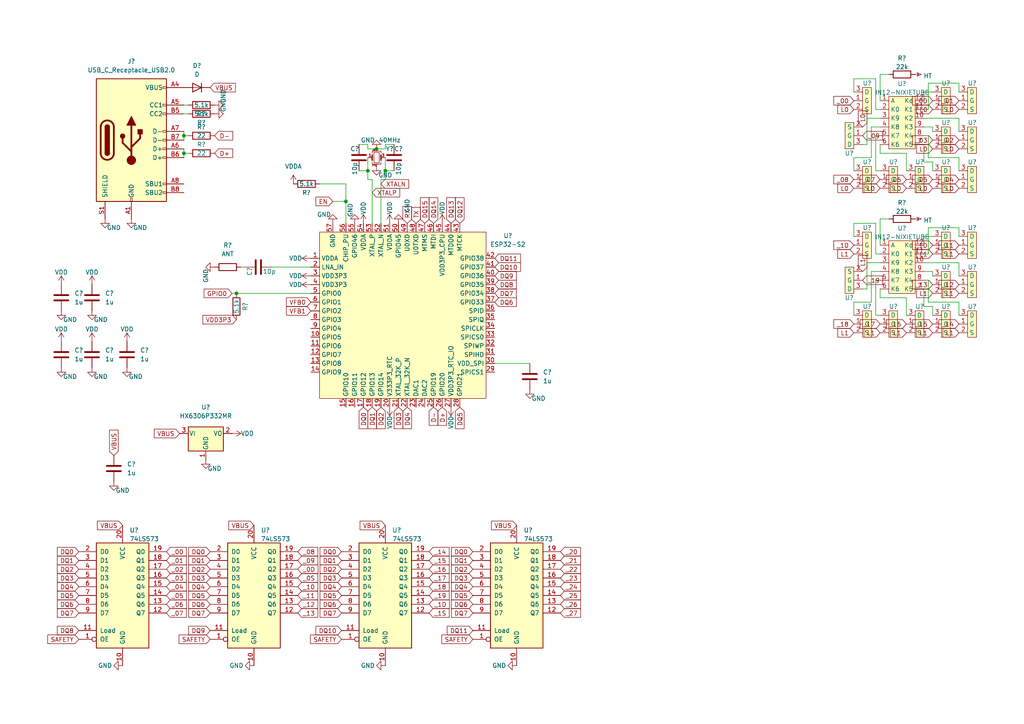
<source format=kicad_sch>
(kicad_sch (version 20211123) (generator eeschema)
  (paper "A4")
  (junction (at 109.22 43.18))
  (junction (at 106.68 49.53))
  (junction (at 53.34 39.37))
  (junction (at 100.33 58.42))
  (junction (at 111.76 49.53))
  (junction (at 53.34 44.45))
  (junction (at 68.58 85.09))
  (wire (pts (xy 107.95 52.07) (xy 106.68 52.07)))
  (wire (pts (xy 255.27 81.28) (xy 254 81.28)))
  (wire (pts (xy 53.34 39.37) (xy 53.34 40.64)))
  (wire (pts (xy 262.89 91.44) (xy 262.89 86.36)))
  (wire (pts (xy 254 22.86) (xy 254 31.75)))
  (wire (pts (xy 100.33 53.34) (xy 100.33 58.42)))
  (wire (pts (xy 262.89 44.45) (xy 255.27 44.45)))
  (wire (pts (xy 247.65 87.63) (xy 247.65 91.44)))
  (wire (pts (xy 278.13 87.63) (xy 278.13 91.44)))
  (wire (pts (xy 254 91.44) (xy 255.27 91.44)))
  (wire (pts (xy 270.51 88.9) (xy 267.97 88.9)))
  (wire (pts (xy 255.27 36.83) (xy 252.73 36.83)))
  (wire (pts (xy 252.73 87.63) (xy 247.65 87.63)))
  (wire (pts (xy 262.89 49.53) (xy 262.89 44.45)))
  (wire (pts (xy 251.46 34.29) (xy 255.27 34.29)))
  (wire (pts (xy 254 73.66) (xy 255.27 73.66)))
  (wire (pts (xy 250.19 41.91) (xy 251.46 41.91)))
  (wire (pts (xy 267.97 39.37) (xy 269.24 39.37)))
  (wire (pts (xy 106.68 52.07) (xy 106.68 49.53)))
  (wire (pts (xy 247.65 22.86) (xy 254 22.86)))
  (wire (pts (xy 247.65 64.77) (xy 254 64.77)))
  (wire (pts (xy 106.68 43.18) (xy 106.68 41.91)))
  (wire (pts (xy 269.24 87.63) (xy 278.13 87.63)))
  (wire (pts (xy 53.34 38.1) (xy 53.34 39.37)))
  (wire (pts (xy 106.68 49.53) (xy 106.68 45.72)))
  (wire (pts (xy 267.97 36.83) (xy 270.51 36.83)))
  (wire (pts (xy 269.24 39.37) (xy 269.24 45.72)))
  (wire (pts (xy 278.13 24.13) (xy 278.13 26.67)))
  (wire (pts (xy 53.34 30.48) (xy 54.61 30.48)))
  (wire (pts (xy 53.34 44.45) (xy 54.61 44.45)))
  (wire (pts (xy 78.74 77.47) (xy 90.17 77.47)))
  (wire (pts (xy 111.76 52.07) (xy 111.76 49.53)))
  (wire (pts (xy 111.76 41.91) (xy 114.3 41.91)))
  (wire (pts (xy 53.34 39.37) (xy 54.61 39.37)))
  (wire (pts (xy 267.97 81.28) (xy 269.24 81.28)))
  (wire (pts (xy 143.51 105.41) (xy 153.67 105.41)))
  (wire (pts (xy 96.52 58.42) (xy 100.33 58.42)))
  (wire (pts (xy 250.19 83.82) (xy 251.46 83.82)))
  (wire (pts (xy 255.27 86.36) (xy 255.27 83.82)))
  (wire (pts (xy 109.22 43.18) (xy 106.68 43.18)))
  (wire (pts (xy 252.73 36.83) (xy 252.73 45.72)))
  (wire (pts (xy 247.65 26.67) (xy 247.65 22.86)))
  (wire (pts (xy 67.31 85.09) (xy 68.58 85.09)))
  (wire (pts (xy 68.58 85.09) (xy 90.17 85.09)))
  (wire (pts (xy 254 39.37) (xy 254 49.53)))
  (wire (pts (xy 255.27 71.12) (xy 255.27 63.5)))
  (wire (pts (xy 109.22 43.18) (xy 111.76 43.18)))
  (wire (pts (xy 254 31.75) (xy 255.27 31.75)))
  (wire (pts (xy 92.71 53.34) (xy 100.33 53.34)))
  (wire (pts (xy 262.89 86.36) (xy 255.27 86.36)))
  (wire (pts (xy 53.34 33.02) (xy 54.61 33.02)))
  (wire (pts (xy 278.13 45.72) (xy 278.13 49.53)))
  (wire (pts (xy 251.46 34.29) (xy 251.46 41.91)))
  (wire (pts (xy 100.33 58.42) (xy 100.33 64.77)))
  (wire (pts (xy 267.97 68.58) (xy 270.51 68.58)))
  (wire (pts (xy 267.97 88.9) (xy 267.97 83.82)))
  (wire (pts (xy 247.65 45.72) (xy 247.65 49.53)))
  (wire (pts (xy 255.27 29.21) (xy 255.27 21.59)))
  (wire (pts (xy 269.24 81.28) (xy 269.24 87.63)))
  (wire (pts (xy 255.27 78.74) (xy 252.73 78.74)))
  (wire (pts (xy 254 49.53) (xy 255.27 49.53)))
  (wire (pts (xy 254 81.28) (xy 254 91.44)))
  (wire (pts (xy 255.27 39.37) (xy 254 39.37)))
  (wire (pts (xy 251.46 76.2) (xy 255.27 76.2)))
  (wire (pts (xy 270.51 78.74) (xy 270.51 80.01)))
  (wire (pts (xy 269.24 45.72) (xy 278.13 45.72)))
  (wire (pts (xy 269.24 31.75) (xy 269.24 24.13)))
  (wire (pts (xy 107.95 64.77) (xy 107.95 52.07)))
  (wire (pts (xy 267.97 29.21) (xy 267.97 26.67)))
  (wire (pts (xy 267.97 31.75) (xy 269.24 31.75)))
  (wire (pts (xy 104.14 49.53) (xy 106.68 49.53)))
  (wire (pts (xy 254 64.77) (xy 254 73.66)))
  (wire (pts (xy 247.65 68.58) (xy 247.65 64.77)))
  (wire (pts (xy 255.27 63.5) (xy 257.81 63.5)))
  (wire (pts (xy 267.97 26.67) (xy 270.51 26.67)))
  (wire (pts (xy 255.27 44.45) (xy 255.27 41.91)))
  (wire (pts (xy 270.51 46.99) (xy 267.97 46.99)))
  (wire (pts (xy 269.24 73.66) (xy 269.24 66.04)))
  (wire (pts (xy 53.34 44.45) (xy 53.34 45.72)))
  (wire (pts (xy 110.49 64.77) (xy 110.49 52.07)))
  (wire (pts (xy 53.34 43.18) (xy 53.34 44.45)))
  (wire (pts (xy 251.46 76.2) (xy 251.46 83.82)))
  (wire (pts (xy 267.97 76.2) (xy 278.13 76.2)))
  (wire (pts (xy 270.51 36.83) (xy 270.51 38.1)))
  (wire (pts (xy 270.51 49.53) (xy 270.51 46.99)))
  (wire (pts (xy 111.76 49.53) (xy 111.76 45.72)))
  (wire (pts (xy 252.73 78.74) (xy 252.73 87.63)))
  (wire (pts (xy 270.51 91.44) (xy 270.51 88.9)))
  (wire (pts (xy 278.13 34.29) (xy 278.13 38.1)))
  (wire (pts (xy 252.73 45.72) (xy 247.65 45.72)))
  (wire (pts (xy 110.49 52.07) (xy 111.76 52.07)))
  (wire (pts (xy 278.13 66.04) (xy 278.13 68.58)))
  (wire (pts (xy 269.24 24.13) (xy 278.13 24.13)))
  (wire (pts (xy 111.76 49.53) (xy 114.3 49.53)))
  (wire (pts (xy 269.24 66.04) (xy 278.13 66.04)))
  (wire (pts (xy 278.13 76.2) (xy 278.13 80.01)))
  (wire (pts (xy 267.97 71.12) (xy 267.97 68.58)))
  (wire (pts (xy 106.68 41.91) (xy 104.14 41.91)))
  (wire (pts (xy 267.97 34.29) (xy 278.13 34.29)))
  (wire (pts (xy 267.97 46.99) (xy 267.97 41.91)))
  (wire (pts (xy 267.97 73.66) (xy 269.24 73.66)))
  (wire (pts (xy 267.97 78.74) (xy 270.51 78.74)))
  (wire (pts (xy 111.76 43.18) (xy 111.76 41.91)))
  (wire (pts (xy 69.85 77.47) (xy 71.12 77.47)))
  (wire (pts (xy 255.27 21.59) (xy 257.81 21.59)))
  (global_label "_10" (shape input) (at 86.36 170.18 0) (property "Intersheet References" "${INTERSHEET_REFS}" (effects hide)))
  (global_label "D+" (shape input) (at 128.27 118.11 270) (property "Intersheet References" "${INTERSHEET_REFS}" (effects hide)))
  (global_label "XTALP" (shape input) (at 107.95 55.88 0) (property "Intersheet References" "${INTERSHEET_REFS}" (effects hide)))
  (global_label "DQ9" (shape input) (at 60.96 182.88 180) (property "Intersheet References" "${INTERSHEET_REFS}" (effects hide)))
  (global_label "_17" (shape input) (at 124.46 167.64 0) (property "Intersheet References" "${INTERSHEET_REFS}" (effects hide)))
  (global_label "DQ7" (shape input) (at 22.86 177.8 180) (property "Intersheet References" "${INTERSHEET_REFS}" (effects hide)))
  (global_label "VFB0" (shape input) (at 90.17 87.63 180) (property "Intersheet References" "${INTERSHEET_REFS}" (effects hide)))
  (global_label "L0" (shape input) (at 270.51 54.61 180) (property "Intersheet References" "${INTERSHEET_REFS}" (effects hide)))
  (global_label "DQ5" (shape input) (at 22.86 172.72 180) (property "Intersheet References" "${INTERSHEET_REFS}" (effects hide)))
  (global_label "XTALN" (shape input) (at 110.49 53.34 0) (property "Intersheet References" "${INTERSHEET_REFS}" (effects hide)))
  (global_label "L1" (shape input) (at 247.65 73.66 180) (property "Intersheet References" "${INTERSHEET_REFS}" (effects hide)))
  (global_label "DQ3" (shape input) (at 60.96 167.64 180) (property "Intersheet References" "${INTERSHEET_REFS}" (effects hide)))
  (global_label "_13" (shape input) (at 270.51 82.55 180) (property "Intersheet References" "${INTERSHEET_REFS}" (effects hide)))
  (global_label "L1" (shape input) (at 278.13 96.52 180) (property "Intersheet References" "${INTERSHEET_REFS}" (effects hide)))
  (global_label "_23" (shape input) (at 162.56 167.64 0) (property "Intersheet References" "${INTERSHEET_REFS}" (effects hide)))
  (global_label "_14" (shape input) (at 278.13 93.98 180) (property "Intersheet References" "${INTERSHEET_REFS}" (effects hide)))
  (global_label "DQ6" (shape input) (at 22.86 175.26 180) (property "Intersheet References" "${INTERSHEET_REFS}" (effects hide)))
  (global_label "_17" (shape input) (at 255.27 93.98 180) (property "Intersheet References" "${INTERSHEET_REFS}" (effects hide)))
  (global_label "_19" (shape input) (at 124.46 172.72 0) (property "Intersheet References" "${INTERSHEET_REFS}" (effects hide)))
  (global_label "_18" (shape input) (at 247.65 93.98 180) (property "Intersheet References" "${INTERSHEET_REFS}" (effects hide)))
  (global_label "DQ11" (shape input) (at 143.51 74.93 0) (property "Intersheet References" "${INTERSHEET_REFS}" (effects hide)))
  (global_label "DQ1" (shape input) (at 22.86 162.56 180) (property "Intersheet References" "${INTERSHEET_REFS}" (effects hide)))
  (global_label "VBUS" (shape input) (at 149.86 152.4 180) (property "Intersheet References" "${INTERSHEET_REFS}" (effects hide)))
  (global_label "L0" (shape input) (at 255.27 54.61 180) (property "Intersheet References" "${INTERSHEET_REFS}" (effects hide)))
  (global_label "_24" (shape input) (at 162.56 170.18 0) (property "Intersheet References" "${INTERSHEET_REFS}" (effects hide)))
  (global_label "_21" (shape input) (at 162.56 162.56 0) (property "Intersheet References" "${INTERSHEET_REFS}" (effects hide)))
  (global_label "DQ10" (shape input) (at 143.51 77.47 0) (property "Intersheet References" "${INTERSHEET_REFS}" (effects hide)))
  (global_label "_05" (shape input) (at 48.26 172.72 0) (property "Intersheet References" "${INTERSHEET_REFS}" (effects hide)))
  (global_label "D+" (shape input) (at 62.23 44.45 0) (property "Intersheet References" "${INTERSHEET_REFS}" (effects hide)))
  (global_label "DQ7" (shape input) (at 99.06 177.8 180) (property "Intersheet References" "${INTERSHEET_REFS}" (effects hide)))
  (global_label "VBUS" (shape input) (at 60.96 25.4 0) (property "Intersheet References" "${INTERSHEET_REFS}" (effects hide)))
  (global_label "_22" (shape input) (at 162.56 165.1 0) (property "Intersheet References" "${INTERSHEET_REFS}" (effects hide)))
  (global_label "_19" (shape input) (at 250.19 81.28 0) (property "Intersheet References" "${INTERSHEET_REFS}" (effects hide)))
  (global_label "VBUS" (shape input) (at 111.76 152.4 180) (property "Intersheet References" "${INTERSHEET_REFS}" (effects hide)))
  (global_label "DQ6" (shape input) (at 99.06 175.26 180) (property "Intersheet References" "${INTERSHEET_REFS}" (effects hide)))
  (global_label "DQ5" (shape input) (at 137.16 172.72 180) (property "Intersheet References" "${INTERSHEET_REFS}" (effects hide)))
  (global_label "DQ1" (shape input) (at 137.16 162.56 180) (property "Intersheet References" "${INTERSHEET_REFS}" (effects hide)))
  (global_label "EN" (shape input) (at 96.52 58.42 180) (property "Intersheet References" "${INTERSHEET_REFS}" (effects hide)))
  (global_label "DQ3" (shape input) (at 22.86 167.64 180) (property "Intersheet References" "${INTERSHEET_REFS}" (effects hide)))
  (global_label "DQ4" (shape input) (at 137.16 170.18 180) (property "Intersheet References" "${INTERSHEET_REFS}" (effects hide)))
  (global_label "_01" (shape input) (at 48.26 162.56 0) (property "Intersheet References" "${INTERSHEET_REFS}" (effects hide)))
  (global_label "SAFETY" (shape input) (at 137.16 185.42 180) (property "Intersheet References" "${INTERSHEET_REFS}" (effects hide)))
  (global_label "DQ13" (shape input) (at 130.81 64.77 90) (property "Intersheet References" "${INTERSHEET_REFS}" (effects hide)))
  (global_label "VBUS" (shape input) (at 52.07 125.73 180) (property "Intersheet References" "${INTERSHEET_REFS}" (effects hide)))
  (global_label "_04" (shape input) (at 48.26 170.18 0) (property "Intersheet References" "${INTERSHEET_REFS}" (effects hide)))
  (global_label "_08" (shape input) (at 86.36 160.02 0) (property "Intersheet References" "${INTERSHEET_REFS}" (effects hide)))
  (global_label "_02" (shape input) (at 48.26 165.1 0) (property "Intersheet References" "${INTERSHEET_REFS}" (effects hide)))
  (global_label "DQ14" (shape input) (at 125.73 64.77 90) (property "Intersheet References" "${INTERSHEET_REFS}" (effects hide)))
  (global_label "SAFETY" (shape input) (at 22.86 185.42 180) (property "Intersheet References" "${INTERSHEET_REFS}" (effects hide)))
  (global_label "L1" (shape input) (at 270.51 85.09 180) (property "Intersheet References" "${INTERSHEET_REFS}" (effects hide)))
  (global_label "DQ10" (shape input) (at 99.06 182.88 180) (property "Intersheet References" "${INTERSHEET_REFS}" (effects hide)))
  (global_label "DQ11" (shape input) (at 137.16 182.88 180) (property "Intersheet References" "${INTERSHEET_REFS}" (effects hide)))
  (global_label "_16" (shape input) (at 262.89 93.98 180) (property "Intersheet References" "${INTERSHEET_REFS}" (effects hide)))
  (global_label "_02" (shape input) (at 278.13 40.64 180) (property "Intersheet References" "${INTERSHEET_REFS}" (effects hide)))
  (global_label "DQ7" (shape input) (at 137.16 177.8 180) (property "Intersheet References" "${INTERSHEET_REFS}" (effects hide)))
  (global_label "_15" (shape input) (at 270.51 93.98 180) (property "Intersheet References" "${INTERSHEET_REFS}" (effects hide)))
  (global_label "_01" (shape input) (at 278.13 29.21 180) (property "Intersheet References" "${INTERSHEET_REFS}" (effects hide)))
  (global_label "_15" (shape input) (at 124.46 162.56 0) (property "Intersheet References" "${INTERSHEET_REFS}" (effects hide)))
  (global_label "L0" (shape input) (at 278.13 43.18 180) (property "Intersheet References" "${INTERSHEET_REFS}" (effects hide)))
  (global_label "L0" (shape input) (at 247.65 54.61 180) (property "Intersheet References" "${INTERSHEET_REFS}" (effects hide)))
  (global_label "_05" (shape input) (at 270.51 52.07 180) (property "Intersheet References" "${INTERSHEET_REFS}" (effects hide)))
  (global_label "L0" (shape input) (at 270.51 43.18 180) (property "Intersheet References" "${INTERSHEET_REFS}" (effects hide)))
  (global_label "VBUS" (shape input) (at 73.66 152.4 180) (property "Intersheet References" "${INTERSHEET_REFS}" (effects hide)))
  (global_label "DQ3" (shape input) (at 99.06 167.64 180) (property "Intersheet References" "${INTERSHEET_REFS}" (effects hide)))
  (global_label "_10" (shape input) (at 247.65 71.12 180) (property "Intersheet References" "${INTERSHEET_REFS}" (effects hide)))
  (global_label "L0" (shape input) (at 270.51 31.75 180) (property "Intersheet References" "${INTERSHEET_REFS}" (effects hide)))
  (global_label "_18" (shape input) (at 124.46 170.18 0) (property "Intersheet References" "${INTERSHEET_REFS}" (effects hide)))
  (global_label "D-" (shape input) (at 62.23 39.37 0) (property "Intersheet References" "${INTERSHEET_REFS}" (effects hide)))
  (global_label "_14" (shape input) (at 124.46 160.02 0) (property "Intersheet References" "${INTERSHEET_REFS}" (effects hide)))
  (global_label "_1D" (shape input) (at 124.46 175.26 0) (property "Intersheet References" "${INTERSHEET_REFS}" (effects hide)))
  (global_label "DQ2" (shape input) (at 110.49 118.11 270) (property "Intersheet References" "${INTERSHEET_REFS}" (effects hide)))
  (global_label "_07" (shape input) (at 255.27 52.07 180) (property "Intersheet References" "${INTERSHEET_REFS}" (effects hide)))
  (global_label "L0" (shape input) (at 250.19 36.83 90) (property "Intersheet References" "${INTERSHEET_REFS}" (effects hide)))
  (global_label "_25" (shape input) (at 162.56 172.72 0) (property "Intersheet References" "${INTERSHEET_REFS}" (effects hide)))
  (global_label "_12" (shape input) (at 278.13 82.55 180) (property "Intersheet References" "${INTERSHEET_REFS}" (effects hide)))
  (global_label "DQ2" (shape input) (at 60.96 165.1 180) (property "Intersheet References" "${INTERSHEET_REFS}" (effects hide)))
  (global_label "L0" (shape input) (at 262.89 54.61 180) (property "Intersheet References" "${INTERSHEET_REFS}" (effects hide)))
  (global_label "DQ7" (shape input) (at 60.96 177.8 180) (property "Intersheet References" "${INTERSHEET_REFS}" (effects hide)))
  (global_label "L1" (shape input) (at 255.27 96.52 180) (property "Intersheet References" "${INTERSHEET_REFS}" (effects hide)))
  (global_label "_13" (shape input) (at 86.36 177.8 0) (property "Intersheet References" "${INTERSHEET_REFS}" (effects hide)))
  (global_label "L1" (shape input) (at 270.51 73.66 180) (property "Intersheet References" "${INTERSHEET_REFS}" (effects hide)))
  (global_label "DQ4" (shape input) (at 118.11 118.11 270) (property "Intersheet References" "${INTERSHEET_REFS}" (effects hide)))
  (global_label "_11" (shape input) (at 278.13 71.12 180) (property "Intersheet References" "${INTERSHEET_REFS}" (effects hide)))
  (global_label "_06" (shape input) (at 262.89 52.07 180) (property "Intersheet References" "${INTERSHEET_REFS}" (effects hide)))
  (global_label "RX" (shape input) (at 118.11 64.77 90) (property "Intersheet References" "${INTERSHEET_REFS}" (effects hide)))
  (global_label "DQ4" (shape input) (at 99.06 170.18 180) (property "Intersheet References" "${INTERSHEET_REFS}" (effects hide)))
  (global_label "DQ5" (shape input) (at 99.06 172.72 180) (property "Intersheet References" "${INTERSHEET_REFS}" (effects hide)))
  (global_label "_20" (shape input) (at 162.56 160.02 0) (property "Intersheet References" "${INTERSHEET_REFS}" (effects hide)))
  (global_label "_0S" (shape input) (at 86.36 167.64 0) (property "Intersheet References" "${INTERSHEET_REFS}" (effects hide)))
  (global_label "VBUS" (shape input) (at 35.56 152.4 180) (property "Intersheet References" "${INTERSHEET_REFS}" (effects hide)))
  (global_label "DQ5" (shape input) (at 60.96 172.72 180) (property "Intersheet References" "${INTERSHEET_REFS}" (effects hide)))
  (global_label "DQ3" (shape input) (at 115.57 118.11 270) (property "Intersheet References" "${INTERSHEET_REFS}" (effects hide)))
  (global_label "VFB1" (shape input) (at 90.17 90.17 180) (property "Intersheet References" "${INTERSHEET_REFS}" (effects hide)))
  (global_label "_07" (shape input) (at 48.26 177.8 0) (property "Intersheet References" "${INTERSHEET_REFS}" (effects hide)))
  (global_label "SAFETY" (shape input) (at 99.06 185.42 180) (property "Intersheet References" "${INTERSHEET_REFS}" (effects hide)))
  (global_label "DQ0" (shape input) (at 99.06 160.02 180) (property "Intersheet References" "${INTERSHEET_REFS}" (effects hide)))
  (global_label "L1" (shape input) (at 250.19 78.74 90) (property "Intersheet References" "${INTERSHEET_REFS}" (effects hide)))
  (global_label "_09" (shape input) (at 250.19 39.37 0) (property "Intersheet References" "${INTERSHEET_REFS}" (effects hide)))
  (global_label "L1" (shape input) (at 270.51 96.52 180) (property "Intersheet References" "${INTERSHEET_REFS}" (effects hide)))
  (global_label "_16" (shape input) (at 124.46 165.1 0) (property "Intersheet References" "${INTERSHEET_REFS}" (effects hide)))
  (global_label "_26" (shape input) (at 162.56 175.26 0) (property "Intersheet References" "${INTERSHEET_REFS}" (effects hide)))
  (global_label "DQ2" (shape input) (at 22.86 165.1 180) (property "Intersheet References" "${INTERSHEET_REFS}" (effects hide)))
  (global_label "DQ6" (shape input) (at 143.51 87.63 0) (property "Intersheet References" "${INTERSHEET_REFS}" (effects hide)))
  (global_label "DQ0" (shape input) (at 105.41 118.11 270) (property "Intersheet References" "${INTERSHEET_REFS}" (effects hide)))
  (global_label "_03" (shape input) (at 48.26 167.64 0) (property "Intersheet References" "${INTERSHEET_REFS}" (effects hide)))
  (global_label "_27" (shape input) (at 162.56 177.8 0) (property "Intersheet References" "${INTERSHEET_REFS}" (effects hide)))
  (global_label "_03" (shape input) (at 270.51 40.64 180) (property "Intersheet References" "${INTERSHEET_REFS}" (effects hide)))
  (global_label "DQ12" (shape input) (at 133.35 64.77 90) (property "Intersheet References" "${INTERSHEET_REFS}" (effects hide)))
  (global_label "DQ5" (shape input) (at 133.35 118.11 270) (property "Intersheet References" "${INTERSHEET_REFS}" (effects hide)))
  (global_label "L1" (shape input) (at 262.89 96.52 180) (property "Intersheet References" "${INTERSHEET_REFS}" (effects hide)))
  (global_label "DQ2" (shape input) (at 99.06 165.1 180) (property "Intersheet References" "${INTERSHEET_REFS}" (effects hide)))
  (global_label "_06" (shape input) (at 48.26 175.26 0) (property "Intersheet References" "${INTERSHEET_REFS}" (effects hide)))
  (global_label "DQ0" (shape input) (at 137.16 160.02 180) (property "Intersheet References" "${INTERSHEET_REFS}" (effects hide)))
  (global_label "DQ8" (shape input) (at 22.86 182.88 180) (property "Intersheet References" "${INTERSHEET_REFS}" (effects hide)))
  (global_label "DQ15" (shape input) (at 123.19 64.77 90) (property "Intersheet References" "${INTERSHEET_REFS}" (effects hide)))
  (global_label "TX" (shape input) (at 120.65 64.77 90) (property "Intersheet References" "${INTERSHEET_REFS}" (effects hide)))
  (global_label "DQ6" (shape input) (at 60.96 175.26 180) (property "Intersheet References" "${INTERSHEET_REFS}" (effects hide)))
  (global_label "DQ3" (shape input) (at 137.16 167.64 180) (property "Intersheet References" "${INTERSHEET_REFS}" (effects hide)))
  (global_label "DQ2" (shape input) (at 137.16 165.1 180) (property "Intersheet References" "${INTERSHEET_REFS}" (effects hide)))
  (global_label "_0D" (shape input) (at 86.36 165.1 0) (property "Intersheet References" "${INTERSHEET_REFS}" (effects hide)))
  (global_label "DQ7" (shape input) (at 143.51 85.09 0) (property "Intersheet References" "${INTERSHEET_REFS}" (effects hide)))
  (global_label "VBUS" (shape input) (at 33.02 132.08 90) (property "Intersheet References" "${INTERSHEET_REFS}" (effects hide)))
  (global_label "DQ1" (shape input) (at 99.06 162.56 180) (property "Intersheet References" "${INTERSHEET_REFS}" (effects hide)))
  (global_label "DQ0" (shape input) (at 22.86 160.02 180) (property "Intersheet References" "${INTERSHEET_REFS}" (effects hide)))
  (global_label "GPIO0" (shape input) (at 67.31 85.09 180) (property "Intersheet References" "${INTERSHEET_REFS}" (effects hide)))
  (global_label "_12" (shape input) (at 86.36 175.26 0) (property "Intersheet References" "${INTERSHEET_REFS}" (effects hide)))
  (global_label "_09" (shape input) (at 86.36 162.56 0) (property "Intersheet References" "${INTERSHEET_REFS}" (effects hide)))
  (global_label "_00" (shape input) (at 48.26 160.02 0) (property "Intersheet References" "${INTERSHEET_REFS}" (effects hide)))
  (global_label "_0D" (shape input) (at 270.51 29.21 180) (property "Intersheet References" "${INTERSHEET_REFS}" (effects hide)))
  (global_label "_11" (shape input) (at 86.36 172.72 0) (property "Intersheet References" "${INTERSHEET_REFS}" (effects hide)))
  (global_label "L1" (shape input) (at 278.13 73.66 180) (property "Intersheet References" "${INTERSHEET_REFS}" (effects hide)))
  (global_label "VDD3P3" (shape input) (at 68.58 92.71 180) (property "Intersheet References" "${INTERSHEET_REFS}" (effects hide)))
  (global_label "DQ9" (shape input) (at 143.51 80.01 0) (property "Intersheet References" "${INTERSHEET_REFS}" (effects hide)))
  (global_label "L1" (shape input) (at 247.65 96.52 180) (property "Intersheet References" "${INTERSHEET_REFS}" (effects hide)))
  (global_label "L0" (shape input) (at 247.65 31.75 180) (property "Intersheet References" "${INTERSHEET_REFS}" (effects hide)))
  (global_label "L0" (shape input) (at 278.13 54.61 180) (property "Intersheet References" "${INTERSHEET_REFS}" (effects hide)))
  (global_label "DQ4" (shape input) (at 22.86 170.18 180) (property "Intersheet References" "${INTERSHEET_REFS}" (effects hide)))
  (global_label "L0" (shape input) (at 278.13 31.75 180) (property "Intersheet References" "${INTERSHEET_REFS}" (effects hide)))
  (global_label "_08" (shape input) (at 247.65 52.07 180) (property "Intersheet References" "${INTERSHEET_REFS}" (effects hide)))
  (global_label "DQ1" (shape input) (at 107.95 118.11 270) (property "Intersheet References" "${INTERSHEET_REFS}" (effects hide)))
  (global_label "DQ8" (shape input) (at 143.51 82.55 0) (property "Intersheet References" "${INTERSHEET_REFS}" (effects hide)))
  (global_label "SAFETY" (shape input) (at 60.96 185.42 180) (property "Intersheet References" "${INTERSHEET_REFS}" (effects hide)))
  (global_label "DQ6" (shape input) (at 137.16 175.26 180) (property "Intersheet References" "${INTERSHEET_REFS}" (effects hide)))
  (global_label "DQ4" (shape input) (at 60.96 170.18 180) (property "Intersheet References" "${INTERSHEET_REFS}" (effects hide)))
  (global_label "DQ1" (shape input) (at 60.96 162.56 180) (property "Intersheet References" "${INTERSHEET_REFS}" (effects hide)))
  (global_label "_04" (shape input) (at 278.13 52.07 180) (property "Intersheet References" "${INTERSHEET_REFS}" (effects hide)))
  (global_label "D-" (shape input) (at 125.73 118.11 270) (property "Intersheet References" "${INTERSHEET_REFS}" (effects hide)))
  (global_label "_00" (shape input) (at 247.65 29.21 180) (property "Intersheet References" "${INTERSHEET_REFS}" (effects hide)))
  (global_label "_1D" (shape input) (at 270.51 71.12 180) (property "Intersheet References" "${INTERSHEET_REFS}" (effects hide)))
  (global_label "L1" (shape input) (at 278.13 85.09 180) (property "Intersheet References" "${INTERSHEET_REFS}" (effects hide)))
  (global_label "DQ0" (shape input) (at 60.96 160.02 180) (property "Intersheet References" "${INTERSHEET_REFS}" (effects hide)))
  (global_label "_1S" (shape input) (at 124.46 177.8 0) (property "Intersheet References" "${INTERSHEET_REFS}" (effects hide)))
  (symbol (lib_id "Device:C") (at 36.83 102.87 0) (unit 1)
    (property "Reference" "C?" (at 40.64 101.5999 0) (effects (justify left)))
    (property "Value" "1u" (at 40.64 104.1399 0) (effects (justify left)))
    (property "Footprint" "Capacitor_SMD:C_0201_0603Metric" (effects hide))
    (property "LCSC" "C295898" (effects hide))
  )
  (symbol (lib_id "minifet:minifet-gsd") (at 274.32 82.55 0) (unit 1)
    (property "Reference" "U?" (at 273.05 77.47 0) (effects (justify left)))
    (property "Value" "minifet-gsd" (effects hide))
    (property "Footprint" "Package_TO_SOT_SMD:SOT-23" (effects hide))
    (property "LCSC" "C845589" (effects hide))
  )
  (symbol (lib_id "power:GND") (at 102.87 64.77 180) (unit 1)
    (property "Reference" "#PWR?" (effects hide))
    (property "Value" "GND" (at 101.6 60.96 90))
  )
  (symbol (lib_id "minifet:minifet-gsd") (at 259.08 52.07 0) (unit 1)
    (property "Reference" "U?" (at 257.81 46.99 0) (effects (justify left)))
    (property "Value" "minifet-gsd" (effects hide))
    (property "Footprint" "Package_TO_SOT_SMD:SOT-23" (effects hide))
    (property "LCSC" "C845589" (effects hide))
  )
  (symbol (lib_id "minifet:minifet-gsd") (at 251.46 29.21 0) (unit 1)
    (property "Reference" "U?" (at 250.19 24.13 0) (effects (justify left)))
    (property "Value" "minifet-gsd" (effects hide))
    (property "Footprint" "Package_TO_SOT_SMD:SOT-23" (effects hide))
    (property "LCSC" "C845589" (effects hide))
  )
  (symbol (lib_id "power:VDD") (at 67.31 125.73 270) (unit 1)
    (property "Reference" "#PWR?" (effects hide))
    (property "Value" "VDD" (at 73.66 125.73 90) (effects (justify right)))
  )
  (symbol (lib_id "minifet:minifet-gsd") (at 274.32 29.21 0) (unit 1)
    (property "Reference" "U?" (at 273.05 24.13 0) (effects (justify left)))
    (property "Value" "minifet-gsd" (effects hide))
    (property "Footprint" "Package_TO_SOT_SMD:SOT-23" (effects hide))
    (property "LCSC" "C845589" (effects hide))
  )
  (symbol (lib_id "power:GND") (at 109.22 48.26 0) (unit 1)
    (property "Reference" "#PWR?" (effects hide))
    (property "Value" "GND" (at 111.76 50.8 0))
  )
  (symbol (lib_id "power:VDDA") (at 85.09 53.34 0) (unit 1)
    (property "Reference" "#PWR?" (effects hide))
    (property "Value" "VDDA" (at 85.09 48.26 0))
  )
  (symbol (lib_id "Device:R") (at 88.9 53.34 90) (unit 1)
    (property "Reference" "R?" (at 88.9 55.88 90))
    (property "Value" "5.1k" (at 88.9 53.34 90))
    (property "Footprint" "Resistor_SMD:R_0201_0603Metric" (effects hide))
    (property "LCSC" "C473460" (effects hide))
  )
  (symbol (lib_id "minifet:minifet-gsd") (at 246.38 39.37 180) (unit 1)
    (property "Reference" "U?" (at 247.65 44.45 0) (effects (justify left)))
    (property "Value" "minifet-gsd" (effects hide))
    (property "Footprint" "Package_TO_SOT_SMD:SOT-23" (effects hide))
    (property "LCSC" "C845589" (effects hide))
  )
  (symbol (lib_id "Device:C") (at 33.02 135.89 0) (unit 1)
    (property "Reference" "C?" (at 36.83 134.6199 0) (effects (justify left)))
    (property "Value" "1u" (at 36.83 137.1599 0) (effects (justify left)))
    (property "Footprint" "Capacitor_SMD:C_0201_0603Metric" (effects hide))
    (property "LCSC" "C295898" (effects hide))
  )
  (symbol (lib_id "Device:R") (at 58.42 30.48 90) (unit 1)
    (property "Reference" "R?" (at 58.42 33.02 90))
    (property "Value" "5.1k" (at 58.42 30.48 90))
    (property "Footprint" "Resistor_SMD:R_0201_0603Metric" (effects hide))
    (property "LCSC" "C473460" (effects hide))
  )
  (symbol (lib_id "power:VDD") (at 128.27 64.77 0) (unit 1)
    (property "Reference" "#PWR?" (effects hide))
    (property "Value" "VDD" (at 128.27 58.42 90) (effects (justify right)))
  )
  (symbol (lib_id "power:GND") (at 17.78 106.68 0) (unit 1)
    (property "Reference" "#PWR?" (effects hide))
    (property "Value" "GND" (at 20.32 109.22 0))
  )
  (symbol (lib_id "power:HT") (at 265.43 21.59 270) (unit 1)
    (property "Reference" "#PWR?" (effects hide))
    (property "Value" "HT" (at 267.843 22.0238 90) (effects (justify left)))
  )
  (symbol (lib_id "power:GND") (at 33.02 139.7 0) (unit 1)
    (property "Reference" "#PWR?" (effects hide))
    (property "Value" "GND" (at 35.56 142.24 0))
  )
  (symbol (lib_id "minifet:minifet-gsd") (at 266.7 93.98 0) (unit 1)
    (property "Reference" "U?" (at 265.43 88.9 0) (effects (justify left)))
    (property "Value" "minifet-gsd" (effects hide))
    (property "Footprint" "Package_TO_SOT_SMD:SOT-23" (effects hide))
    (property "LCSC" "C845589" (effects hide))
  )
  (symbol (lib_id "power:VDD") (at 17.78 99.06 0) (unit 1)
    (property "Reference" "#PWR?" (effects hide))
    (property "Value" "VDD" (at 17.78 95.4842 0))
  )
  (symbol (lib_id "minifet:minifet-gsd") (at 281.94 29.21 0) (unit 1)
    (property "Reference" "U?" (at 280.67 24.13 0) (effects (justify left)))
    (property "Value" "minifet-gsd" (effects hide))
    (property "Footprint" "Package_TO_SOT_SMD:SOT-23" (effects hide))
    (property "LCSC" "C845589" (effects hide))
  )
  (symbol (lib_id "Device:C") (at 26.67 102.87 0) (unit 1)
    (property "Reference" "C?" (at 30.48 101.5999 0) (effects (justify left)))
    (property "Value" "1u" (at 30.48 104.1399 0) (effects (justify left)))
    (property "Footprint" "Capacitor_SMD:C_0201_0603Metric" (effects hide))
    (property "LCSC" "C295898" (effects hide))
  )
  (symbol (lib_id "Device:R") (at 261.62 21.59 90) (unit 1)
    (property "Reference" "R?" (at 261.62 16.8742 90))
    (property "Value" "22k" (at 261.62 19.4111 90))
    (property "Footprint" "Resistor_SMD:R_1210_3225Metric" (effects hide))
    (property "LCSC" "C2933848" (effects hide))
  )
  (symbol (lib_id "IN12-NIXIETUBE:IN12-NIXIETUBE") (at 261.62 34.29 0) (unit 1)
    (property "Reference" "U?" (at 261.62 24.291 0))
    (property "Value" "IN12-NIXIETUBE" (at 261.62 26.8279 0))
    (property "Footprint" "IN12-NIXIE:IN12-NIXIE" (effects hide))
  )
  (symbol (lib_id "Device:C") (at 153.67 109.22 0) (unit 1)
    (property "Reference" "C?" (at 157.48 107.9499 0) (effects (justify left)))
    (property "Value" "1u" (at 157.48 110.4899 0) (effects (justify left)))
    (property "Footprint" "Capacitor_SMD:C_0201_0603Metric" (effects hide))
    (property "LCSC" "C295898" (effects hide))
  )
  (symbol (lib_id "power:GND") (at 73.66 193.04 270) (unit 1)
    (property "Reference" "#PWR?" (effects hide))
    (property "Value" "GND" (at 68.58 193.04 90))
  )
  (symbol (lib_id "power:VDD") (at 36.83 99.06 0) (unit 1)
    (property "Reference" "#PWR?" (effects hide))
    (property "Value" "VDD" (at 36.83 95.4842 0))
  )
  (symbol (lib_id "minifet:minifet-gsd") (at 266.7 52.07 0) (unit 1)
    (property "Reference" "U?" (at 265.43 46.99 0) (effects (justify left)))
    (property "Value" "minifet-gsd" (effects hide))
    (property "Footprint" "Package_TO_SOT_SMD:SOT-23" (effects hide))
    (property "LCSC" "C845589" (effects hide))
  )
  (symbol (lib_id "power:GND") (at 62.23 33.02 90) (unit 1)
    (property "Reference" "#PWR?" (effects hide))
    (property "Value" "GND" (at 64.77 30.48 0))
  )
  (symbol (lib_id "power:VDD") (at 26.67 82.55 0) (unit 1)
    (property "Reference" "#PWR?" (effects hide))
    (property "Value" "VDD" (at 26.67 78.9742 0))
  )
  (symbol (lib_id "74xx:74LS573") (at 149.86 172.72 0) (unit 1)
    (property "Reference" "U?" (at 151.8794 153.7802 0) (effects (justify left)))
    (property "Value" "74LS573" (at 151.8794 156.3171 0) (effects (justify left)))
    (property "Footprint" "Package_SO:TSSOP-20_4.4x6.5mm_P0.65mm" (effects hide))
    (property "Datasheet" "74xx/74hc573.pdf" (effects hide))
    (property "LCSC" "C5944" (effects hide))
  )
  (symbol (lib_id "Device:R") (at 58.42 39.37 90) (unit 1)
    (property "Reference" "R?" (at 58.42 36.83 90))
    (property "Value" "22" (at 58.42 39.37 90))
    (property "Footprint" "Resistor_SMD:R_0201_0603Metric" (effects hide))
    (property "LCSC" "C144010" (effects hide))
  )
  (symbol (lib_id "Connector:USB_C_Receptacle_USB2.0") (at 38.1 40.64 0) (unit 1)
    (property "Reference" "J?" (at 38.1 17.78 0))
    (property "Value" "USB_C_Receptacle_USB2.0" (at 38.1 20.32 0))
    (property "Footprint" "Connector_USB:USB_C_Receptacle_HRO_TYPE-C-31-M-12" (effects hide))
    (property "Datasheet" "https://www.usb.org/sites/default/files/documents/usb_type-c.zip" (effects hide))
    (property "LCSC" "C2765186" (effects hide))
  )
  (symbol (lib_id "power:GND") (at 62.23 77.47 270) (unit 1)
    (property "Reference" "#PWR?" (effects hide))
    (property "Value" "GND" (at 59.69 80.01 0))
  )
  (symbol (lib_id "minifet:minifet-gsd") (at 281.94 82.55 0) (unit 1)
    (property "Reference" "U?" (at 280.67 77.47 0) (effects (justify left)))
    (property "Value" "minifet-gsd" (effects hide))
    (property "Footprint" "Package_TO_SOT_SMD:SOT-23" (effects hide))
    (property "LCSC" "C845589" (effects hide))
  )
  (symbol (lib_id "minifet:minifet-gsd") (at 259.08 93.98 0) (unit 1)
    (property "Reference" "U?" (at 257.81 88.9 0) (effects (justify left)))
    (property "Value" "minifet-gsd" (effects hide))
    (property "Footprint" "Package_TO_SOT_SMD:SOT-23" (effects hide))
    (property "LCSC" "C845589" (effects hide))
  )
  (symbol (lib_id "Device:R") (at 58.42 33.02 90) (unit 1)
    (property "Reference" "R?" (at 58.42 35.56 90))
    (property "Value" "5.1k" (at 58.42 33.02 90))
    (property "Footprint" "Resistor_SMD:R_0201_0603Metric" (effects hide))
    (property "LCSC" "C473460" (effects hide))
  )
  (symbol (lib_id "minifet:minifet-gsd") (at 251.46 52.07 0) (unit 1)
    (property "Reference" "U?" (at 250.19 46.99 0) (effects (justify left)))
    (property "Value" "minifet-gsd" (effects hide))
    (property "Footprint" "Package_TO_SOT_SMD:SOT-23" (effects hide))
    (property "LCSC" "C845589" (effects hide))
  )
  (symbol (lib_id "minifet:minifet-gsd") (at 274.32 71.12 0) (unit 1)
    (property "Reference" "U?" (at 273.05 66.04 0) (effects (justify left)))
    (property "Value" "minifet-gsd" (effects hide))
    (property "Footprint" "Package_TO_SOT_SMD:SOT-23" (effects hide))
    (property "LCSC" "C845589" (effects hide))
  )
  (symbol (lib_id "minifet:minifet-gsd") (at 281.94 93.98 0) (unit 1)
    (property "Reference" "U?" (at 280.67 88.9 0) (effects (justify left)))
    (property "Value" "minifet-gsd" (effects hide))
    (property "Footprint" "Package_TO_SOT_SMD:SOT-23" (effects hide))
    (property "LCSC" "C845589" (effects hide))
  )
  (symbol (lib_id "74xx:74LS573") (at 111.76 172.72 0) (unit 1)
    (property "Reference" "U?" (at 113.7794 153.7802 0) (effects (justify left)))
    (property "Value" "74LS573" (at 113.7794 156.3171 0) (effects (justify left)))
    (property "Footprint" "Package_SO:TSSOP-20_4.4x6.5mm_P0.65mm" (effects hide))
    (property "Datasheet" "74xx/74hc573.pdf" (effects hide))
    (property "LCSC" "C5944" (effects hide))
  )
  (symbol (lib_id "power:GND") (at 26.67 90.17 0) (unit 1)
    (property "Reference" "#PWR?" (effects hide))
    (property "Value" "GND" (at 29.21 92.71 0))
  )
  (symbol (lib_id "power:VDD") (at 105.41 64.77 0) (unit 1)
    (property "Reference" "#PWR?" (effects hide))
    (property "Value" "VDD" (at 105.41 58.42 90) (effects (justify right)))
  )
  (symbol (lib_id "power:GND") (at 38.1 63.5 0) (unit 1)
    (property "Reference" "#PWR?" (effects hide))
    (property "Value" "GND" (at 40.64 66.04 0))
  )
  (symbol (lib_id "power:GND") (at 115.57 64.77 180) (unit 1)
    (property "Reference" "#PWR?" (effects hide))
    (property "Value" "GND" (at 118.11 59.69 90))
  )
  (symbol (lib_id "IN12-NIXIETUBE:IN12-NIXIETUBE") (at 261.62 76.2 0) (unit 1)
    (property "Reference" "U?" (at 261.62 66.201 0))
    (property "Value" "IN12-NIXIETUBE" (at 261.62 68.7379 0))
    (property "Footprint" "IN12-NIXIE:IN12-NIXIE" (effects hide))
  )
  (symbol (lib_id "minifet:minifet-gsd") (at 274.32 93.98 0) (unit 1)
    (property "Reference" "U?" (at 273.05 88.9 0) (effects (justify left)))
    (property "Value" "minifet-gsd" (effects hide))
    (property "Footprint" "Package_TO_SOT_SMD:SOT-23" (effects hide))
    (property "LCSC" "C845589" (effects hide))
  )
  (symbol (lib_id "Device:C") (at 74.93 77.47 90) (unit 1)
    (property "Reference" "C?" (at 72.39 80.01 0) (effects (justify left)))
    (property "Value" "10p" (at 80.01 78.74 90) (effects (justify left)))
    (property "Footprint" "Capacitor_SMD:C_0201_0603Metric" (effects hide))
    (property "LCSC" "C161369" (effects hide))
  )
  (symbol (lib_id "power:GND") (at 17.78 90.17 0) (unit 1)
    (property "Reference" "#PWR?" (effects hide))
    (property "Value" "GND" (at 20.32 92.71 0))
  )
  (symbol (lib_id "minifet:minifet-gsd") (at 274.32 52.07 0) (unit 1)
    (property "Reference" "U?" (at 273.05 46.99 0) (effects (justify left)))
    (property "Value" "minifet-gsd" (effects hide))
    (property "Footprint" "Package_TO_SOT_SMD:SOT-23" (effects hide))
    (property "LCSC" "C845589" (effects hide))
  )
  (symbol (lib_id "power:GND") (at 153.67 113.03 0) (unit 1)
    (property "Reference" "#PWR?" (effects hide))
    (property "Value" "GND" (at 156.21 115.57 0))
  )
  (symbol (lib_id "Device:R") (at 68.58 88.9 180) (unit 1)
    (property "Reference" "R?" (at 71.12 88.9 90))
    (property "Value" "5.1k" (at 68.58 88.9 90))
    (property "Footprint" "Resistor_SMD:R_0201_0603Metric" (effects hide))
    (property "LCSC" "C473460" (effects hide))
  )
  (symbol (lib_id "power:GND") (at 109.22 43.18 180) (unit 1)
    (property "Reference" "#PWR?" (effects hide))
    (property "Value" "GND" (at 106.68 40.64 0))
  )
  (symbol (lib_id "Device:R") (at 66.04 77.47 270) (unit 1)
    (property "Reference" "R?" (at 66.04 71.12 90))
    (property "Value" "ANT" (at 66.04 73.66 90))
    (property "Footprint" "RF_Antenna:Texas_SWRA117D_2.4GHz_Left" (effects hide))
  )
  (symbol (lib_id "power:GND") (at 62.23 30.48 90) (unit 1)
    (property "Reference" "#PWR?" (effects hide))
    (property "Value" "GND" (at 64.77 27.94 0))
  )
  (symbol (lib_id "power:VDD") (at 90.17 80.01 90) (unit 1)
    (property "Reference" "#PWR?" (effects hide))
    (property "Value" "VDD" (at 83.82 80.01 90) (effects (justify right)))
  )
  (symbol (lib_id "74xx:74LS573") (at 35.56 172.72 0) (unit 1)
    (property "Reference" "U?" (at 37.5794 153.7802 0) (effects (justify left)))
    (property "Value" "74LS573" (at 37.5794 156.3171 0) (effects (justify left)))
    (property "Footprint" "Package_SO:TSSOP-20_4.4x6.5mm_P0.65mm" (effects hide))
    (property "Datasheet" "74xx/74hc573.pdf" (effects hide))
    (property "LCSC" "C5944" (effects hide))
  )
  (symbol (lib_id "minifet:minifet-gsd") (at 251.46 71.12 0) (unit 1)
    (property "Reference" "U?" (at 250.19 66.04 0) (effects (justify left)))
    (property "Value" "minifet-gsd" (effects hide))
    (property "Footprint" "Package_TO_SOT_SMD:SOT-23" (effects hide))
    (property "LCSC" "C845589" (effects hide))
  )
  (symbol (lib_id "Device:Crystal_GND24_Small") (at 109.22 45.72 0) (unit 1)
    (property "Reference" "Y?" (at 113.03 43.18 0))
    (property "Value" "40MHz" (at 113.03 40.64 0))
    (property "Footprint" "Crystal:Crystal_SMD_2016-4Pin_2.0x1.6mm" (effects hide))
    (property "LCSC" "C648970" (effects hide))
  )
  (symbol (lib_id "esp32s2:ESP32-S2") (at 116.84 91.44 0) (unit 1)
    (property "Reference" "U?" (at 147.32 68.3512 0))
    (property "Value" "ESP32-S2" (at 147.32 70.8912 0))
    (property "Footprint" "localparts:ESP32S2" (effects hide))
    (property "LCSC" "C2840995" (effects hide))
  )
  (symbol (lib_id "power:GND") (at 36.83 106.68 0) (unit 1)
    (property "Reference" "#PWR?" (effects hide))
    (property "Value" "GND" (at 39.37 109.22 0))
  )
  (symbol (lib_id "Device:R") (at 261.62 63.5 90) (unit 1)
    (property "Reference" "R?" (at 261.62 58.7842 90))
    (property "Value" "22k" (at 261.62 61.3211 90))
    (property "Footprint" "Resistor_SMD:R_1210_3225Metric" (effects hide))
    (property "LCSC" "C2933848" (effects hide))
  )
  (symbol (lib_id "power:GND") (at 59.69 133.35 0) (unit 1)
    (property "Reference" "#PWR?" (effects hide))
    (property "Value" "GND" (at 62.23 135.89 0))
  )
  (symbol (lib_id "Device:C") (at 26.67 86.36 0) (unit 1)
    (property "Reference" "C?" (at 30.48 85.0899 0) (effects (justify left)))
    (property "Value" "1u" (at 30.48 87.6299 0) (effects (justify left)))
    (property "Footprint" "Capacitor_SMD:C_0201_0603Metric" (effects hide))
    (property "LCSC" "C295898" (effects hide))
  )
  (symbol (lib_id "minifet:minifet-gsd") (at 281.94 40.64 0) (unit 1)
    (property "Reference" "U?" (at 280.67 35.56 0) (effects (justify left)))
    (property "Value" "minifet-gsd" (effects hide))
    (property "Footprint" "Package_TO_SOT_SMD:SOT-23" (effects hide))
    (property "LCSC" "C845589" (effects hide))
  )
  (symbol (lib_id "minifet:minifet-gsd") (at 281.94 71.12 0) (unit 1)
    (property "Reference" "U?" (at 280.67 66.04 0) (effects (justify left)))
    (property "Value" "minifet-gsd" (effects hide))
    (property "Footprint" "Package_TO_SOT_SMD:SOT-23" (effects hide))
    (property "LCSC" "C845589" (effects hide))
  )
  (symbol (lib_id "minifet:minifet-gsd") (at 251.46 93.98 0) (unit 1)
    (property "Reference" "U?" (at 250.19 88.9 0) (effects (justify left)))
    (property "Value" "minifet-gsd" (effects hide))
    (property "Footprint" "Package_TO_SOT_SMD:SOT-23" (effects hide))
    (property "LCSC" "C845589" (effects hide))
  )
  (symbol (lib_id "minifet:minifet-gsd") (at 281.94 52.07 0) (unit 1)
    (property "Reference" "U?" (at 280.67 46.99 0) (effects (justify left)))
    (property "Value" "minifet-gsd" (effects hide))
    (property "Footprint" "Package_TO_SOT_SMD:SOT-23" (effects hide))
    (property "LCSC" "C845589" (effects hide))
  )
  (symbol (lib_id "power:VDD") (at 26.67 99.06 0) (unit 1)
    (property "Reference" "#PWR?" (effects hide))
    (property "Value" "VDD" (at 26.67 95.4842 0))
  )
  (symbol (lib_id "power:VDD") (at 90.17 74.93 90) (unit 1)
    (property "Reference" "#PWR?" (effects hide))
    (property "Value" "VDD" (at 83.82 74.93 90) (effects (justify right)))
  )
  (symbol (lib_id "power:VDD") (at 113.03 64.77 0) (unit 1)
    (property "Reference" "#PWR?" (effects hide))
    (property "Value" "VDD" (at 113.03 58.42 90) (effects (justify right)))
  )
  (symbol (lib_id "Device:C") (at 17.78 86.36 0) (unit 1)
    (property "Reference" "C?" (at 21.59 85.0899 0) (effects (justify left)))
    (property "Value" "1u" (at 21.59 87.6299 0) (effects (justify left)))
    (property "Footprint" "Capacitor_SMD:C_0201_0603Metric" (effects hide))
    (property "LCSC" "C295898" (effects hide))
  )
  (symbol (lib_id "Device:R") (at 58.42 44.45 270) (unit 1)
    (property "Reference" "R?" (at 58.42 41.91 90))
    (property "Value" "22" (at 58.42 44.45 90))
    (property "Footprint" "Resistor_SMD:R_0201_0603Metric" (effects hide))
    (property "LCSC" "C144010" (effects hide))
  )
  (symbol (lib_id "power:GND") (at 111.76 193.04 270) (unit 1)
    (property "Reference" "#PWR?" (effects hide))
    (property "Value" "GND" (at 106.68 193.04 90))
  )
  (symbol (lib_id "Device:C") (at 17.78 102.87 0) (unit 1)
    (property "Reference" "C?" (at 21.59 101.5999 0) (effects (justify left)))
    (property "Value" "1u" (at 21.59 104.1399 0) (effects (justify left)))
    (property "Footprint" "Capacitor_SMD:C_0201_0603Metric" (effects hide))
    (property "LCSC" "C295898" (effects hide))
  )
  (symbol (lib_id "74xx:74LS573") (at 73.66 172.72 0) (unit 1)
    (property "Reference" "U?" (at 75.6794 153.7802 0) (effects (justify left)))
    (property "Value" "74LS573" (at 75.6794 156.3171 0) (effects (justify left)))
    (property "Footprint" "Package_SO:TSSOP-20_4.4x6.5mm_P0.65mm" (effects hide))
    (property "Datasheet" "74xx/74hc573.pdf" (effects hide))
    (property "LCSC" "C5944" (effects hide))
  )
  (symbol (lib_id "Device:D") (at 57.15 25.4 180) (unit 1)
    (property "Reference" "D?" (at 57.15 19.05 0))
    (property "Value" "D" (at 57.15 21.59 0))
    (property "Footprint" "Diode_SMD:D_SOD-123F" (effects hide))
    (property "LCSC" "C426570" (effects hide))
  )
  (symbol (lib_id "power:VDD") (at 17.78 82.55 0) (unit 1)
    (property "Reference" "#PWR?" (effects hide))
    (property "Value" "VDD" (at 17.78 78.9742 0))
  )
  (symbol (lib_id "power:VDD") (at 130.81 118.11 180) (unit 1)
    (property "Reference" "#PWR?" (effects hide))
    (property "Value" "VDD" (at 130.81 124.46 90) (effects (justify right)))
  )
  (symbol (lib_id "power:GND") (at 149.86 193.04 270) (unit 1)
    (property "Reference" "#PWR?" (effects hide))
    (property "Value" "GND" (at 144.78 193.04 90))
  )
  (symbol (lib_id "Regulator_Linear:APE8865N-33-HF-3") (at 59.69 125.73 0) (unit 1)
    (property "Reference" "U?" (at 59.69 118.11 0))
    (property "Value" "HX6306P332MR" (at 59.69 120.65 0))
    (property "Footprint" "Package_TO_SOT_SMD:SOT-23" (effects hide))
    (property "Datasheet" "http://www.tme.eu/fr/Document/ced3461ed31ea70a3c416fb648e0cde7/APE8865-3.pdf" (effects hide))
    (property "LCSC" "C296211" (effects hide))
  )
  (symbol (lib_id "power:GND") (at 26.67 106.68 0) (unit 1)
    (property "Reference" "#PWR?" (effects hide))
    (property "Value" "GND" (at 29.21 109.22 0))
  )
  (symbol (lib_id "Device:C") (at 114.3 45.72 0) (unit 1)
    (property "Reference" "C?" (at 114.3 43.18 0) (effects (justify left)))
    (property "Value" "10p" (at 115.57 50.8 90) (effects (justify left)))
    (property "Footprint" "Capacitor_SMD:C_0201_0603Metric" (effects hide))
    (property "LCSC" "C161369" (effects hide))
  )
  (symbol (lib_id "minifet:minifet-gsd") (at 246.38 81.28 180) (unit 1)
    (property "Reference" "U?" (at 247.65 86.36 0) (effects (justify left)))
    (property "Value" "minifet-gsd" (effects hide))
    (property "Footprint" "Package_TO_SOT_SMD:SOT-23" (effects hide))
    (property "LCSC" "C845589" (effects hide))
  )
  (symbol (lib_id "minifet:minifet-gsd") (at 274.32 40.64 0) (unit 1)
    (property "Reference" "U?" (at 273.05 35.56 0) (effects (justify left)))
    (property "Value" "minifet-gsd" (effects hide))
    (property "Footprint" "Package_TO_SOT_SMD:SOT-23" (effects hide))
    (property "LCSC" "C845589" (effects hide))
  )
  (symbol (lib_id "power:GND") (at 35.56 193.04 270) (unit 1)
    (property "Reference" "#PWR?" (effects hide))
    (property "Value" "GND" (at 30.48 193.04 90))
  )
  (symbol (lib_id "power:GND") (at 96.52 64.77 180) (unit 1)
    (property "Reference" "#PWR?" (effects hide))
    (property "Value" "GND" (at 93.98 62.23 0))
  )
  (symbol (lib_id "power:GND") (at 30.48 63.5 0) (unit 1)
    (property "Reference" "#PWR?" (effects hide))
    (property "Value" "GND" (at 33.02 66.04 0))
  )
  (symbol (lib_id "power:VDD") (at 113.03 118.11 180) (unit 1)
    (property "Reference" "#PWR?" (effects hide))
    (property "Value" "VDD" (at 113.03 124.46 90) (effects (justify right)))
  )
  (symbol (lib_id "Device:C") (at 104.14 45.72 0) (unit 1)
    (property "Reference" "C?" (at 101.6 43.18 0) (effects (justify left)))
    (property "Value" "10p" (at 102.87 50.8 90) (effects (justify left)))
    (property "Footprint" "Capacitor_SMD:C_0201_0603Metric" (effects hide))
    (property "LCSC" "C161369" (effects hide))
  )
  (symbol (lib_id "power:HT") (at 265.43 63.5 270) (unit 1)
    (property "Reference" "#PWR?" (effects hide))
    (property "Value" "HT" (at 267.843 63.9338 90) (effects (justify left)))
  )
  (symbol (lib_id "power:VDD") (at 90.17 82.55 90) (unit 1)
    (property "Reference" "#PWR?" (effects hide))
    (property "Value" "VDD" (at 83.82 82.55 90) (effects (justify right)))
  )
)
</source>
